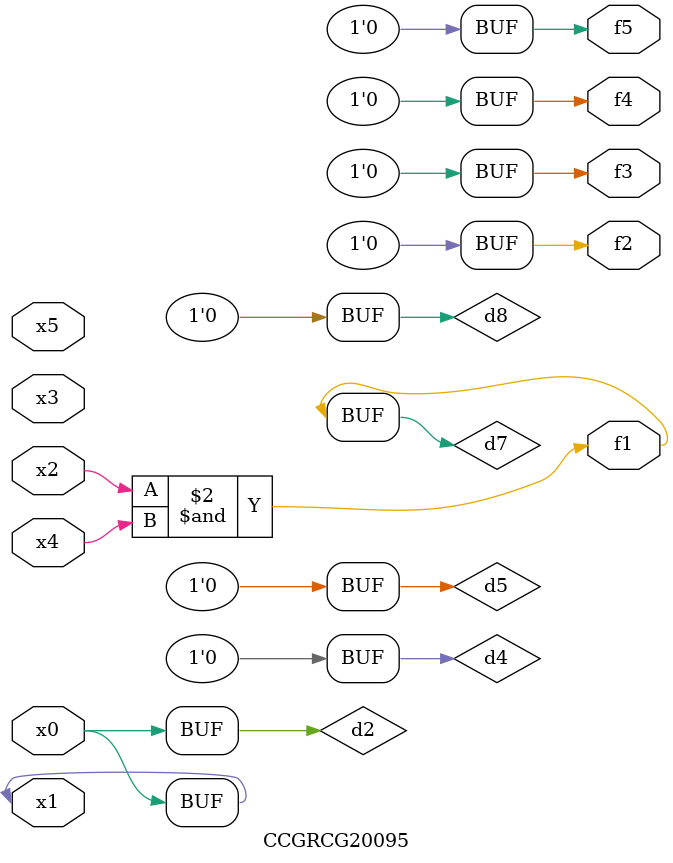
<source format=v>
module CCGRCG20095(
	input x0, x1, x2, x3, x4, x5,
	output f1, f2, f3, f4, f5
);

	wire d1, d2, d3, d4, d5, d6, d7, d8, d9;

	nand (d1, x1);
	buf (d2, x0, x1);
	nand (d3, x2, x4);
	and (d4, d1, d2);
	and (d5, d1, d2);
	nand (d6, d1, d3);
	not (d7, d3);
	xor (d8, d5);
	nor (d9, d5, d6);
	assign f1 = d7;
	assign f2 = d8;
	assign f3 = d8;
	assign f4 = d8;
	assign f5 = d8;
endmodule

</source>
